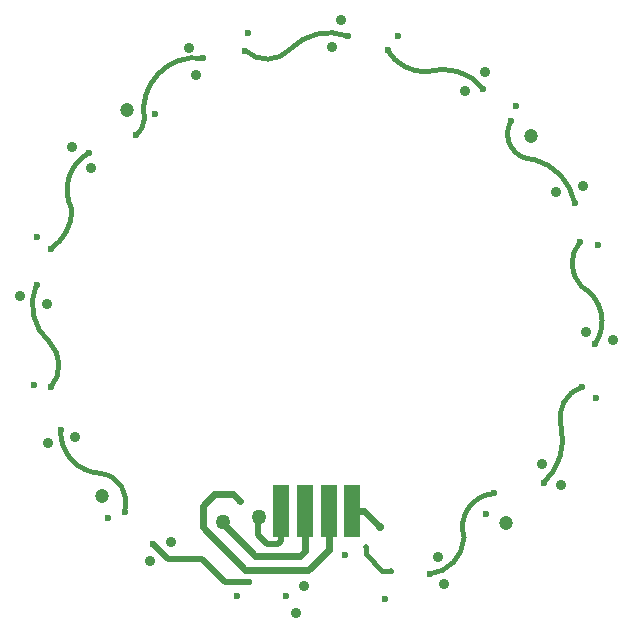
<source format=gbl>
%FSTAX42Y42*%
%MOMM*%
G71*
G01*
G75*
G04 Layer_Physical_Order=4*
G04 Layer_Color=16711680*
%ADD10C,0.35*%
%ADD11C,0.45*%
%ADD12C,0.25*%
G04:AMPARAMS|DCode=13|XSize=0.46mm|YSize=0.61mm|CornerRadius=0mm|HoleSize=0mm|Usage=FLASHONLY|Rotation=350.000|XOffset=0mm|YOffset=0mm|HoleType=Round|Shape=Rectangle|*
%AMROTATEDRECTD13*
4,1,4,-0.28,-0.26,-0.17,0.34,0.28,0.26,0.17,-0.34,-0.28,-0.26,0.0*
%
%ADD13ROTATEDRECTD13*%

G04:AMPARAMS|DCode=14|XSize=1mm|YSize=1.5mm|CornerRadius=0mm|HoleSize=0mm|Usage=FLASHONLY|Rotation=26.400|XOffset=0mm|YOffset=0mm|HoleType=Round|Shape=Rectangle|*
%AMROTATEDRECTD14*
4,1,4,-0.11,-0.89,-0.78,0.45,0.11,0.89,0.78,-0.45,-0.11,-0.89,0.0*
%
%ADD14ROTATEDRECTD14*%

G04:AMPARAMS|DCode=15|XSize=1mm|YSize=1.5mm|CornerRadius=0mm|HoleSize=0mm|Usage=FLASHONLY|Rotation=56.400|XOffset=0mm|YOffset=0mm|HoleType=Round|Shape=Rectangle|*
%AMROTATEDRECTD15*
4,1,4,0.35,-0.83,-0.90,-0.00,-0.35,0.83,0.90,0.00,0.35,-0.83,0.0*
%
%ADD15ROTATEDRECTD15*%

G04:AMPARAMS|DCode=16|XSize=1mm|YSize=1.5mm|CornerRadius=0mm|HoleSize=0mm|Usage=FLASHONLY|Rotation=86.500|XOffset=0mm|YOffset=0mm|HoleType=Round|Shape=Rectangle|*
%AMROTATEDRECTD16*
4,1,4,0.72,-0.54,-0.78,-0.45,-0.72,0.54,0.78,0.45,0.72,-0.54,0.0*
%
%ADD16ROTATEDRECTD16*%

G04:AMPARAMS|DCode=17|XSize=1mm|YSize=1.5mm|CornerRadius=0mm|HoleSize=0mm|Usage=FLASHONLY|Rotation=326.400|XOffset=0mm|YOffset=0mm|HoleType=Round|Shape=Rectangle|*
%AMROTATEDRECTD17*
4,1,4,-0.83,-0.35,-0.00,0.90,0.83,0.35,0.00,-0.90,-0.83,-0.35,0.0*
%
%ADD17ROTATEDRECTD17*%

G04:AMPARAMS|DCode=18|XSize=0.46mm|YSize=0.61mm|CornerRadius=0mm|HoleSize=0mm|Usage=FLASHONLY|Rotation=320.000|XOffset=0mm|YOffset=0mm|HoleType=Round|Shape=Rectangle|*
%AMROTATEDRECTD18*
4,1,4,-0.37,-0.09,0.02,0.38,0.37,0.09,-0.02,-0.38,-0.37,-0.09,0.0*
%
%ADD18ROTATEDRECTD18*%

G04:AMPARAMS|DCode=19|XSize=1mm|YSize=1.5mm|CornerRadius=0mm|HoleSize=0mm|Usage=FLASHONLY|Rotation=296.400|XOffset=0mm|YOffset=0mm|HoleType=Round|Shape=Rectangle|*
%AMROTATEDRECTD19*
4,1,4,-0.89,0.11,0.45,0.78,0.89,-0.11,-0.45,-0.78,-0.89,0.11,0.0*
%
%ADD19ROTATEDRECTD19*%

G04:AMPARAMS|DCode=20|XSize=0.46mm|YSize=0.51mm|CornerRadius=0mm|HoleSize=0mm|Usage=FLASHONLY|Rotation=30.000|XOffset=0mm|YOffset=0mm|HoleType=Round|Shape=Rectangle|*
%AMROTATEDRECTD20*
4,1,4,-0.07,-0.33,-0.32,0.11,0.07,0.33,0.32,-0.11,-0.07,-0.33,0.0*
%
%ADD20ROTATEDRECTD20*%

G04:AMPARAMS|DCode=21|XSize=0.46mm|YSize=0.51mm|CornerRadius=0mm|HoleSize=0mm|Usage=FLASHONLY|Rotation=150.000|XOffset=0mm|YOffset=0mm|HoleType=Round|Shape=Rectangle|*
%AMROTATEDRECTD21*
4,1,4,0.32,0.11,0.07,-0.33,-0.32,-0.11,-0.07,0.33,0.32,0.11,0.0*
%
%ADD21ROTATEDRECTD21*%

G04:AMPARAMS|DCode=22|XSize=1mm|YSize=1.5mm|CornerRadius=0mm|HoleSize=0mm|Usage=FLASHONLY|Rotation=207.000|XOffset=0mm|YOffset=0mm|HoleType=Round|Shape=Rectangle|*
%AMROTATEDRECTD22*
4,1,4,0.11,0.90,0.79,-0.44,-0.11,-0.90,-0.79,0.44,0.11,0.90,0.0*
%
%ADD22ROTATEDRECTD22*%

G04:AMPARAMS|DCode=23|XSize=0.46mm|YSize=0.61mm|CornerRadius=0mm|HoleSize=0mm|Usage=FLASHONLY|Rotation=230.000|XOffset=0mm|YOffset=0mm|HoleType=Round|Shape=Rectangle|*
%AMROTATEDRECTD23*
4,1,4,-0.09,0.37,0.38,-0.02,0.09,-0.37,-0.38,0.02,-0.09,0.37,0.0*
%
%ADD23ROTATEDRECTD23*%

G04:AMPARAMS|DCode=24|XSize=0.46mm|YSize=0.51mm|CornerRadius=0mm|HoleSize=0mm|Usage=FLASHONLY|Rotation=65.000|XOffset=0mm|YOffset=0mm|HoleType=Round|Shape=Rectangle|*
%AMROTATEDRECTD24*
4,1,4,0.13,-0.31,-0.33,-0.10,-0.13,0.31,0.33,0.10,0.13,-0.31,0.0*
%
%ADD24ROTATEDRECTD24*%

G04:AMPARAMS|DCode=25|XSize=0.46mm|YSize=0.61mm|CornerRadius=0mm|HoleSize=0mm|Usage=FLASHONLY|Rotation=260.000|XOffset=0mm|YOffset=0mm|HoleType=Round|Shape=Rectangle|*
%AMROTATEDRECTD25*
4,1,4,-0.26,0.28,0.34,0.17,0.26,-0.28,-0.34,-0.17,-0.26,0.28,0.0*
%
%ADD25ROTATEDRECTD25*%

G04:AMPARAMS|DCode=26|XSize=0.46mm|YSize=0.61mm|CornerRadius=0mm|HoleSize=0mm|Usage=FLASHONLY|Rotation=290.000|XOffset=0mm|YOffset=0mm|HoleType=Round|Shape=Rectangle|*
%AMROTATEDRECTD26*
4,1,4,-0.36,0.11,0.21,0.32,0.36,-0.11,-0.21,-0.32,-0.36,0.11,0.0*
%
%ADD26ROTATEDRECTD26*%

%ADD27R,0.51X0.46*%
G04:AMPARAMS|DCode=28|XSize=0.46mm|YSize=0.51mm|CornerRadius=0mm|HoleSize=0mm|Usage=FLASHONLY|Rotation=120.000|XOffset=0mm|YOffset=0mm|HoleType=Round|Shape=Rectangle|*
%AMROTATEDRECTD28*
4,1,4,0.33,-0.07,-0.11,-0.32,-0.33,0.07,0.11,0.32,0.33,-0.07,0.0*
%
%ADD28ROTATEDRECTD28*%

G04:AMPARAMS|DCode=29|XSize=0.46mm|YSize=0.61mm|CornerRadius=0mm|HoleSize=0mm|Usage=FLASHONLY|Rotation=298.000|XOffset=0mm|YOffset=0mm|HoleType=Round|Shape=Rectangle|*
%AMROTATEDRECTD29*
4,1,4,-0.38,0.06,0.16,0.34,0.38,-0.06,-0.16,-0.34,-0.38,0.06,0.0*
%
%ADD29ROTATEDRECTD29*%

G04:AMPARAMS|DCode=30|XSize=0.46mm|YSize=0.61mm|CornerRadius=0mm|HoleSize=0mm|Usage=FLASHONLY|Rotation=249.000|XOffset=0mm|YOffset=0mm|HoleType=Round|Shape=Rectangle|*
%AMROTATEDRECTD30*
4,1,4,-0.20,0.32,0.37,0.10,0.20,-0.32,-0.37,-0.10,-0.20,0.32,0.0*
%
%ADD30ROTATEDRECTD30*%

G04:AMPARAMS|DCode=31|XSize=0.46mm|YSize=0.61mm|CornerRadius=0mm|HoleSize=0mm|Usage=FLASHONLY|Rotation=21.000|XOffset=0mm|YOffset=0mm|HoleType=Round|Shape=Rectangle|*
%AMROTATEDRECTD31*
4,1,4,-0.10,-0.37,-0.32,0.20,0.10,0.37,0.32,-0.20,-0.10,-0.37,0.0*
%
%ADD31ROTATEDRECTD31*%

G04:AMPARAMS|DCode=32|XSize=0.46mm|YSize=0.61mm|CornerRadius=0mm|HoleSize=0mm|Usage=FLASHONLY|Rotation=190.000|XOffset=0mm|YOffset=0mm|HoleType=Round|Shape=Rectangle|*
%AMROTATEDRECTD32*
4,1,4,0.17,0.34,0.28,-0.26,-0.17,-0.34,-0.28,0.26,0.17,0.34,0.0*
%
%ADD32ROTATEDRECTD32*%

G04:AMPARAMS|DCode=33|XSize=0.46mm|YSize=0.61mm|CornerRadius=0mm|HoleSize=0mm|Usage=FLASHONLY|Rotation=40.000|XOffset=0mm|YOffset=0mm|HoleType=Round|Shape=Rectangle|*
%AMROTATEDRECTD33*
4,1,4,0.02,-0.38,-0.37,0.09,-0.02,0.38,0.37,-0.09,0.02,-0.38,0.0*
%
%ADD33ROTATEDRECTD33*%

G04:AMPARAMS|DCode=34|XSize=0.46mm|YSize=0.61mm|CornerRadius=0mm|HoleSize=0mm|Usage=FLASHONLY|Rotation=81.000|XOffset=0mm|YOffset=0mm|HoleType=Round|Shape=Rectangle|*
%AMROTATEDRECTD34*
4,1,4,0.27,-0.27,-0.34,-0.18,-0.27,0.27,0.34,0.18,0.27,-0.27,0.0*
%
%ADD34ROTATEDRECTD34*%

G04:AMPARAMS|DCode=35|XSize=0.46mm|YSize=0.61mm|CornerRadius=0mm|HoleSize=0mm|Usage=FLASHONLY|Rotation=70.000|XOffset=0mm|YOffset=0mm|HoleType=Round|Shape=Rectangle|*
%AMROTATEDRECTD35*
4,1,4,0.21,-0.32,-0.36,-0.11,-0.21,0.32,0.36,0.11,0.21,-0.32,0.0*
%
%ADD35ROTATEDRECTD35*%

G04:AMPARAMS|DCode=36|XSize=0.46mm|YSize=0.61mm|CornerRadius=0mm|HoleSize=0mm|Usage=FLASHONLY|Rotation=130.000|XOffset=0mm|YOffset=0mm|HoleType=Round|Shape=Rectangle|*
%AMROTATEDRECTD36*
4,1,4,0.38,0.02,-0.09,-0.37,-0.38,-0.02,0.09,0.37,0.38,0.02,0.0*
%
%ADD36ROTATEDRECTD36*%

G04:AMPARAMS|DCode=37|XSize=0.46mm|YSize=0.61mm|CornerRadius=0mm|HoleSize=0mm|Usage=FLASHONLY|Rotation=145.000|XOffset=0mm|YOffset=0mm|HoleType=Round|Shape=Rectangle|*
%AMROTATEDRECTD37*
4,1,4,0.36,0.12,0.01,-0.38,-0.36,-0.12,-0.01,0.38,0.36,0.12,0.0*
%
%ADD37ROTATEDRECTD37*%

G04:AMPARAMS|DCode=38|XSize=0.46mm|YSize=0.61mm|CornerRadius=0mm|HoleSize=0mm|Usage=FLASHONLY|Rotation=175.000|XOffset=0mm|YOffset=0mm|HoleType=Round|Shape=Rectangle|*
%AMROTATEDRECTD38*
4,1,4,0.25,0.28,0.20,-0.32,-0.25,-0.28,-0.20,0.32,0.25,0.28,0.0*
%
%ADD38ROTATEDRECTD38*%

%ADD39R,0.46X0.61*%
G04:AMPARAMS|DCode=40|XSize=0.46mm|YSize=0.61mm|CornerRadius=0mm|HoleSize=0mm|Usage=FLASHONLY|Rotation=200.000|XOffset=0mm|YOffset=0mm|HoleType=Round|Shape=Rectangle|*
%AMROTATEDRECTD40*
4,1,4,0.11,0.36,0.32,-0.21,-0.11,-0.36,-0.32,0.21,0.11,0.36,0.0*
%
%ADD40ROTATEDRECTD40*%

%ADD41R,0.61X0.46*%
%ADD42R,0.46X0.51*%
G04:AMPARAMS|DCode=43|XSize=0.46mm|YSize=0.51mm|CornerRadius=0mm|HoleSize=0mm|Usage=FLASHONLY|Rotation=240.000|XOffset=0mm|YOffset=0mm|HoleType=Round|Shape=Rectangle|*
%AMROTATEDRECTD43*
4,1,4,-0.11,0.32,0.33,0.07,0.11,-0.32,-0.33,-0.07,-0.11,0.32,0.0*
%
%ADD43ROTATEDRECTD43*%

%ADD44R,0.35X0.85*%
G04:AMPARAMS|DCode=45|XSize=1mm|YSize=1.5mm|CornerRadius=0mm|HoleSize=0mm|Usage=FLASHONLY|Rotation=176.400|XOffset=0mm|YOffset=0mm|HoleType=Round|Shape=Rectangle|*
%AMROTATEDRECTD45*
4,1,4,0.55,0.72,0.45,-0.78,-0.55,-0.72,-0.45,0.78,0.55,0.72,0.0*
%
%ADD45ROTATEDRECTD45*%

%ADD46C,0.40*%
%ADD47C,0.30*%
%ADD48C,0.50*%
%ADD49C,0.51*%
%ADD50C,0.60*%
%ADD51C,1.20*%
%ADD52C,0.60*%
%ADD53C,0.87*%
%ADD54C,0.50*%
%ADD55C,0.70*%
%ADD56C,1.27*%
%ADD57R,1.40X4.52*%
D11*
X02175Y017035D02*
G03*
X021494Y016658I000017J-000287D01*
G01*
X0212Y016353D02*
G03*
X021492Y016658I-000034J000325D01*
G01*
X022167Y017126D02*
G03*
X022314Y017606I-000336J000365D01*
G01*
X022494Y017938D02*
G03*
X022314Y017606I000086J-000262D01*
G01*
X022477Y019167D02*
G03*
X022488Y018788I000206J-000184D01*
G01*
X022601Y018299D02*
G03*
X022488Y018788I-000278J000193D01*
G01*
X022429Y019496D02*
G03*
X022087Y019863I-000464J-00009D01*
G01*
X021889Y020186D02*
G03*
X022087Y019863I000189J-000106D01*
G01*
X020845Y020786D02*
G03*
X021178Y020606I000323J000198D01*
G01*
X021658Y02046D02*
G03*
X021178Y020606I-000347J-000278D01*
G01*
X020508Y020909D02*
G03*
X020019Y020795I-000157J-000435D01*
G01*
X019641Y020785D02*
G03*
X020019Y020795I000184J000195D01*
G01*
X019286Y020721D02*
G03*
X018785Y020202I-00006J-000443D01*
G01*
X018715Y020068D02*
G03*
X018785Y020202I-0001J000138D01*
G01*
X017993Y019107D02*
G03*
X018173Y01944I-000221J000335D01*
G01*
X018319Y01992D02*
G03*
X018173Y01944I00017J-000314D01*
G01*
X017872Y018804D02*
G03*
X017986Y018315I000389J-000168D01*
G01*
X017996Y017936D02*
G03*
X017986Y018315I-000218J000183D01*
G01*
X018618Y016882D02*
G03*
X01842Y017205I-000233J000079D01*
G01*
X018077Y017572D02*
G03*
X01842Y017205I000355J-000012D01*
G01*
D46*
X020665Y01652D02*
X020802Y016382D01*
X020875D01*
X020665Y01652D02*
Y016582D01*
D47*
X018075Y017575D02*
X018077Y017572D01*
D48*
X01927Y016482D02*
X01947Y016282D01*
X018987Y016482D02*
X01927D01*
X018858Y016611D02*
X018987Y016482D01*
X01947Y016282D02*
X01967D01*
D49*
X01975Y016685D02*
Y016832D01*
X019755Y016838D01*
X01975Y016685D02*
X019827Y016607D01*
X019917D01*
X019946Y016636D01*
Y016888D01*
D50*
X020174Y016384D02*
X020348Y016557D01*
X019641Y016385D02*
X020174Y016384D01*
X020348Y016557D02*
X020348Y016888D01*
X01928Y016748D02*
X019641Y016385D01*
X01928Y016748D02*
X01928Y016933D01*
X020649Y016888D02*
X020777Y016755D01*
X020547Y016888D02*
X020649D01*
X019535Y017028D02*
X019595Y016968D01*
X019375Y017028D02*
X019535Y017028D01*
X01928Y016933D02*
X019375Y017028D01*
X019448Y016788D02*
X019727Y016507D01*
X0201D01*
X020144Y016551D01*
Y016888D01*
D51*
X021848Y016788D02*
D03*
X018427Y017012D02*
D03*
X022062Y020062D02*
D03*
X01864Y020285D02*
D03*
D52*
X017851Y01795D02*
D03*
X019573Y016165D02*
D03*
X018875Y02025D02*
D03*
X018715Y020068D02*
D03*
X02175Y017035D02*
D03*
X02193Y020312D02*
D03*
X021201Y016354D02*
D03*
X020824Y01614D02*
D03*
X019983Y016167D02*
D03*
X022166Y017126D02*
D03*
X022494Y017938D02*
D03*
X022611Y017841D02*
D03*
X022628Y019141D02*
D03*
X022477Y019167D02*
D03*
X0226Y018299D02*
D03*
X022429Y019496D02*
D03*
X021889Y020186D02*
D03*
X020845Y020786D02*
D03*
X021657Y020459D02*
D03*
X020508Y020908D02*
D03*
X019641Y020785D02*
D03*
X019666Y020936D02*
D03*
X017873Y018804D02*
D03*
X017996Y017936D02*
D03*
X020933Y020907D02*
D03*
X017875Y019205D02*
D03*
X017993Y019107D02*
D03*
X01832Y01992D02*
D03*
X018078Y017572D02*
D03*
X018618Y016882D02*
D03*
X018475Y016829D02*
D03*
X019286Y020721D02*
D03*
X018857Y01661D02*
D03*
X01967Y016282D02*
D03*
X019595Y016968D02*
D03*
X020482Y016518D02*
D03*
X021675Y016862D02*
D03*
D53*
X02215Y017283D02*
D03*
X022312Y017109D02*
D03*
X021323Y016266D02*
D03*
X02127Y016498D02*
D03*
X022524Y018406D02*
D03*
X022751Y018336D02*
D03*
X022502Y01964D02*
D03*
X02227Y019587D02*
D03*
X021499Y020445D02*
D03*
X021673Y020607D02*
D03*
X020447Y021044D02*
D03*
X020377Y020816D02*
D03*
X019221Y020577D02*
D03*
X019168Y02081D02*
D03*
X018203Y017516D02*
D03*
X017971Y017463D02*
D03*
X017735Y01871D02*
D03*
X017962Y01864D02*
D03*
X019008Y016623D02*
D03*
X018833Y016461D02*
D03*
X018174Y019966D02*
D03*
X018336Y019792D02*
D03*
X020138Y016252D02*
D03*
X020068Y016025D02*
D03*
D54*
X020875Y016382D02*
D03*
X020665Y016582D02*
D03*
D55*
X020777Y016755D02*
D03*
D56*
X019452Y016795D02*
D03*
X019755Y016838D02*
D03*
D57*
X019946Y016888D02*
D03*
X020144Y016888D02*
D03*
X020348Y016888D02*
D03*
X020547D02*
D03*
M02*

</source>
